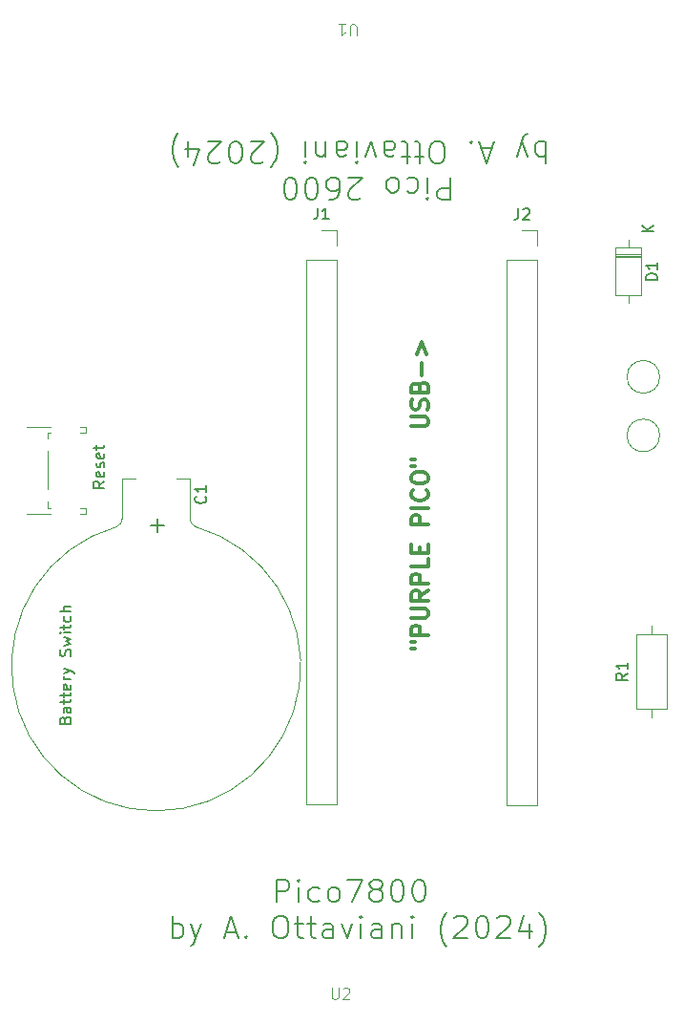
<source format=gbr>
%TF.GenerationSoftware,KiCad,Pcbnew,8.0.6*%
%TF.CreationDate,2024-11-26T16:01:51+01:00*%
%TF.ProjectId,PicoA10400,5069636f-4131-4303-9430-302e6b696361,rev?*%
%TF.SameCoordinates,Original*%
%TF.FileFunction,Legend,Top*%
%TF.FilePolarity,Positive*%
%FSLAX46Y46*%
G04 Gerber Fmt 4.6, Leading zero omitted, Abs format (unit mm)*
G04 Created by KiCad (PCBNEW 8.0.6) date 2024-11-26 16:01:51*
%MOMM*%
%LPD*%
G01*
G04 APERTURE LIST*
%ADD10C,0.150000*%
%ADD11C,0.300000*%
%ADD12C,0.100000*%
%ADD13C,0.120000*%
G04 APERTURE END LIST*
D10*
X80316009Y-171084887D02*
X80363628Y-170942030D01*
X80363628Y-170942030D02*
X80411247Y-170894411D01*
X80411247Y-170894411D02*
X80506485Y-170846792D01*
X80506485Y-170846792D02*
X80649342Y-170846792D01*
X80649342Y-170846792D02*
X80744580Y-170894411D01*
X80744580Y-170894411D02*
X80792200Y-170942030D01*
X80792200Y-170942030D02*
X80839819Y-171037268D01*
X80839819Y-171037268D02*
X80839819Y-171418220D01*
X80839819Y-171418220D02*
X79839819Y-171418220D01*
X79839819Y-171418220D02*
X79839819Y-171084887D01*
X79839819Y-171084887D02*
X79887438Y-170989649D01*
X79887438Y-170989649D02*
X79935057Y-170942030D01*
X79935057Y-170942030D02*
X80030295Y-170894411D01*
X80030295Y-170894411D02*
X80125533Y-170894411D01*
X80125533Y-170894411D02*
X80220771Y-170942030D01*
X80220771Y-170942030D02*
X80268390Y-170989649D01*
X80268390Y-170989649D02*
X80316009Y-171084887D01*
X80316009Y-171084887D02*
X80316009Y-171418220D01*
X80839819Y-169989649D02*
X80316009Y-169989649D01*
X80316009Y-169989649D02*
X80220771Y-170037268D01*
X80220771Y-170037268D02*
X80173152Y-170132506D01*
X80173152Y-170132506D02*
X80173152Y-170322982D01*
X80173152Y-170322982D02*
X80220771Y-170418220D01*
X80792200Y-169989649D02*
X80839819Y-170084887D01*
X80839819Y-170084887D02*
X80839819Y-170322982D01*
X80839819Y-170322982D02*
X80792200Y-170418220D01*
X80792200Y-170418220D02*
X80696961Y-170465839D01*
X80696961Y-170465839D02*
X80601723Y-170465839D01*
X80601723Y-170465839D02*
X80506485Y-170418220D01*
X80506485Y-170418220D02*
X80458866Y-170322982D01*
X80458866Y-170322982D02*
X80458866Y-170084887D01*
X80458866Y-170084887D02*
X80411247Y-169989649D01*
X80173152Y-169656315D02*
X80173152Y-169275363D01*
X79839819Y-169513458D02*
X80696961Y-169513458D01*
X80696961Y-169513458D02*
X80792200Y-169465839D01*
X80792200Y-169465839D02*
X80839819Y-169370601D01*
X80839819Y-169370601D02*
X80839819Y-169275363D01*
X80173152Y-169084886D02*
X80173152Y-168703934D01*
X79839819Y-168942029D02*
X80696961Y-168942029D01*
X80696961Y-168942029D02*
X80792200Y-168894410D01*
X80792200Y-168894410D02*
X80839819Y-168799172D01*
X80839819Y-168799172D02*
X80839819Y-168703934D01*
X80792200Y-167989648D02*
X80839819Y-168084886D01*
X80839819Y-168084886D02*
X80839819Y-168275362D01*
X80839819Y-168275362D02*
X80792200Y-168370600D01*
X80792200Y-168370600D02*
X80696961Y-168418219D01*
X80696961Y-168418219D02*
X80316009Y-168418219D01*
X80316009Y-168418219D02*
X80220771Y-168370600D01*
X80220771Y-168370600D02*
X80173152Y-168275362D01*
X80173152Y-168275362D02*
X80173152Y-168084886D01*
X80173152Y-168084886D02*
X80220771Y-167989648D01*
X80220771Y-167989648D02*
X80316009Y-167942029D01*
X80316009Y-167942029D02*
X80411247Y-167942029D01*
X80411247Y-167942029D02*
X80506485Y-168418219D01*
X80839819Y-167513457D02*
X80173152Y-167513457D01*
X80363628Y-167513457D02*
X80268390Y-167465838D01*
X80268390Y-167465838D02*
X80220771Y-167418219D01*
X80220771Y-167418219D02*
X80173152Y-167322981D01*
X80173152Y-167322981D02*
X80173152Y-167227743D01*
X80173152Y-166989647D02*
X80839819Y-166751552D01*
X80173152Y-166513457D02*
X80839819Y-166751552D01*
X80839819Y-166751552D02*
X81077914Y-166846790D01*
X81077914Y-166846790D02*
X81125533Y-166894409D01*
X81125533Y-166894409D02*
X81173152Y-166989647D01*
X80792200Y-165418218D02*
X80839819Y-165275361D01*
X80839819Y-165275361D02*
X80839819Y-165037266D01*
X80839819Y-165037266D02*
X80792200Y-164942028D01*
X80792200Y-164942028D02*
X80744580Y-164894409D01*
X80744580Y-164894409D02*
X80649342Y-164846790D01*
X80649342Y-164846790D02*
X80554104Y-164846790D01*
X80554104Y-164846790D02*
X80458866Y-164894409D01*
X80458866Y-164894409D02*
X80411247Y-164942028D01*
X80411247Y-164942028D02*
X80363628Y-165037266D01*
X80363628Y-165037266D02*
X80316009Y-165227742D01*
X80316009Y-165227742D02*
X80268390Y-165322980D01*
X80268390Y-165322980D02*
X80220771Y-165370599D01*
X80220771Y-165370599D02*
X80125533Y-165418218D01*
X80125533Y-165418218D02*
X80030295Y-165418218D01*
X80030295Y-165418218D02*
X79935057Y-165370599D01*
X79935057Y-165370599D02*
X79887438Y-165322980D01*
X79887438Y-165322980D02*
X79839819Y-165227742D01*
X79839819Y-165227742D02*
X79839819Y-164989647D01*
X79839819Y-164989647D02*
X79887438Y-164846790D01*
X80173152Y-164513456D02*
X80839819Y-164322980D01*
X80839819Y-164322980D02*
X80363628Y-164132504D01*
X80363628Y-164132504D02*
X80839819Y-163942028D01*
X80839819Y-163942028D02*
X80173152Y-163751552D01*
X80839819Y-163370599D02*
X80173152Y-163370599D01*
X79839819Y-163370599D02*
X79887438Y-163418218D01*
X79887438Y-163418218D02*
X79935057Y-163370599D01*
X79935057Y-163370599D02*
X79887438Y-163322980D01*
X79887438Y-163322980D02*
X79839819Y-163370599D01*
X79839819Y-163370599D02*
X79935057Y-163370599D01*
X80173152Y-163037266D02*
X80173152Y-162656314D01*
X79839819Y-162894409D02*
X80696961Y-162894409D01*
X80696961Y-162894409D02*
X80792200Y-162846790D01*
X80792200Y-162846790D02*
X80839819Y-162751552D01*
X80839819Y-162751552D02*
X80839819Y-162656314D01*
X80792200Y-161894409D02*
X80839819Y-161989647D01*
X80839819Y-161989647D02*
X80839819Y-162180123D01*
X80839819Y-162180123D02*
X80792200Y-162275361D01*
X80792200Y-162275361D02*
X80744580Y-162322980D01*
X80744580Y-162322980D02*
X80649342Y-162370599D01*
X80649342Y-162370599D02*
X80363628Y-162370599D01*
X80363628Y-162370599D02*
X80268390Y-162322980D01*
X80268390Y-162322980D02*
X80220771Y-162275361D01*
X80220771Y-162275361D02*
X80173152Y-162180123D01*
X80173152Y-162180123D02*
X80173152Y-161989647D01*
X80173152Y-161989647D02*
X80220771Y-161894409D01*
X80839819Y-161465837D02*
X79839819Y-161465837D01*
X80839819Y-161037266D02*
X80316009Y-161037266D01*
X80316009Y-161037266D02*
X80220771Y-161084885D01*
X80220771Y-161084885D02*
X80173152Y-161180123D01*
X80173152Y-161180123D02*
X80173152Y-161322980D01*
X80173152Y-161322980D02*
X80220771Y-161418218D01*
X80220771Y-161418218D02*
X80268390Y-161465837D01*
X114485238Y-123017449D02*
X114485238Y-125017449D01*
X114485238Y-125017449D02*
X113723333Y-125017449D01*
X113723333Y-125017449D02*
X113532857Y-124922211D01*
X113532857Y-124922211D02*
X113437619Y-124826973D01*
X113437619Y-124826973D02*
X113342381Y-124636497D01*
X113342381Y-124636497D02*
X113342381Y-124350783D01*
X113342381Y-124350783D02*
X113437619Y-124160307D01*
X113437619Y-124160307D02*
X113532857Y-124065068D01*
X113532857Y-124065068D02*
X113723333Y-123969830D01*
X113723333Y-123969830D02*
X114485238Y-123969830D01*
X112485238Y-123017449D02*
X112485238Y-124350783D01*
X112485238Y-125017449D02*
X112580476Y-124922211D01*
X112580476Y-124922211D02*
X112485238Y-124826973D01*
X112485238Y-124826973D02*
X112390000Y-124922211D01*
X112390000Y-124922211D02*
X112485238Y-125017449D01*
X112485238Y-125017449D02*
X112485238Y-124826973D01*
X110675714Y-123112688D02*
X110866190Y-123017449D01*
X110866190Y-123017449D02*
X111247143Y-123017449D01*
X111247143Y-123017449D02*
X111437619Y-123112688D01*
X111437619Y-123112688D02*
X111532857Y-123207926D01*
X111532857Y-123207926D02*
X111628095Y-123398402D01*
X111628095Y-123398402D02*
X111628095Y-123969830D01*
X111628095Y-123969830D02*
X111532857Y-124160307D01*
X111532857Y-124160307D02*
X111437619Y-124255545D01*
X111437619Y-124255545D02*
X111247143Y-124350783D01*
X111247143Y-124350783D02*
X110866190Y-124350783D01*
X110866190Y-124350783D02*
X110675714Y-124255545D01*
X109532857Y-123017449D02*
X109723333Y-123112688D01*
X109723333Y-123112688D02*
X109818571Y-123207926D01*
X109818571Y-123207926D02*
X109913809Y-123398402D01*
X109913809Y-123398402D02*
X109913809Y-123969830D01*
X109913809Y-123969830D02*
X109818571Y-124160307D01*
X109818571Y-124160307D02*
X109723333Y-124255545D01*
X109723333Y-124255545D02*
X109532857Y-124350783D01*
X109532857Y-124350783D02*
X109247142Y-124350783D01*
X109247142Y-124350783D02*
X109056666Y-124255545D01*
X109056666Y-124255545D02*
X108961428Y-124160307D01*
X108961428Y-124160307D02*
X108866190Y-123969830D01*
X108866190Y-123969830D02*
X108866190Y-123398402D01*
X108866190Y-123398402D02*
X108961428Y-123207926D01*
X108961428Y-123207926D02*
X109056666Y-123112688D01*
X109056666Y-123112688D02*
X109247142Y-123017449D01*
X109247142Y-123017449D02*
X109532857Y-123017449D01*
X106580475Y-124826973D02*
X106485237Y-124922211D01*
X106485237Y-124922211D02*
X106294761Y-125017449D01*
X106294761Y-125017449D02*
X105818570Y-125017449D01*
X105818570Y-125017449D02*
X105628094Y-124922211D01*
X105628094Y-124922211D02*
X105532856Y-124826973D01*
X105532856Y-124826973D02*
X105437618Y-124636497D01*
X105437618Y-124636497D02*
X105437618Y-124446021D01*
X105437618Y-124446021D02*
X105532856Y-124160307D01*
X105532856Y-124160307D02*
X106675713Y-123017449D01*
X106675713Y-123017449D02*
X105437618Y-123017449D01*
X103723332Y-125017449D02*
X104104285Y-125017449D01*
X104104285Y-125017449D02*
X104294761Y-124922211D01*
X104294761Y-124922211D02*
X104389999Y-124826973D01*
X104389999Y-124826973D02*
X104580475Y-124541259D01*
X104580475Y-124541259D02*
X104675713Y-124160307D01*
X104675713Y-124160307D02*
X104675713Y-123398402D01*
X104675713Y-123398402D02*
X104580475Y-123207926D01*
X104580475Y-123207926D02*
X104485237Y-123112688D01*
X104485237Y-123112688D02*
X104294761Y-123017449D01*
X104294761Y-123017449D02*
X103913808Y-123017449D01*
X103913808Y-123017449D02*
X103723332Y-123112688D01*
X103723332Y-123112688D02*
X103628094Y-123207926D01*
X103628094Y-123207926D02*
X103532856Y-123398402D01*
X103532856Y-123398402D02*
X103532856Y-123874592D01*
X103532856Y-123874592D02*
X103628094Y-124065068D01*
X103628094Y-124065068D02*
X103723332Y-124160307D01*
X103723332Y-124160307D02*
X103913808Y-124255545D01*
X103913808Y-124255545D02*
X104294761Y-124255545D01*
X104294761Y-124255545D02*
X104485237Y-124160307D01*
X104485237Y-124160307D02*
X104580475Y-124065068D01*
X104580475Y-124065068D02*
X104675713Y-123874592D01*
X102294761Y-125017449D02*
X102104284Y-125017449D01*
X102104284Y-125017449D02*
X101913808Y-124922211D01*
X101913808Y-124922211D02*
X101818570Y-124826973D01*
X101818570Y-124826973D02*
X101723332Y-124636497D01*
X101723332Y-124636497D02*
X101628094Y-124255545D01*
X101628094Y-124255545D02*
X101628094Y-123779354D01*
X101628094Y-123779354D02*
X101723332Y-123398402D01*
X101723332Y-123398402D02*
X101818570Y-123207926D01*
X101818570Y-123207926D02*
X101913808Y-123112688D01*
X101913808Y-123112688D02*
X102104284Y-123017449D01*
X102104284Y-123017449D02*
X102294761Y-123017449D01*
X102294761Y-123017449D02*
X102485237Y-123112688D01*
X102485237Y-123112688D02*
X102580475Y-123207926D01*
X102580475Y-123207926D02*
X102675713Y-123398402D01*
X102675713Y-123398402D02*
X102770951Y-123779354D01*
X102770951Y-123779354D02*
X102770951Y-124255545D01*
X102770951Y-124255545D02*
X102675713Y-124636497D01*
X102675713Y-124636497D02*
X102580475Y-124826973D01*
X102580475Y-124826973D02*
X102485237Y-124922211D01*
X102485237Y-124922211D02*
X102294761Y-125017449D01*
X100389999Y-125017449D02*
X100199522Y-125017449D01*
X100199522Y-125017449D02*
X100009046Y-124922211D01*
X100009046Y-124922211D02*
X99913808Y-124826973D01*
X99913808Y-124826973D02*
X99818570Y-124636497D01*
X99818570Y-124636497D02*
X99723332Y-124255545D01*
X99723332Y-124255545D02*
X99723332Y-123779354D01*
X99723332Y-123779354D02*
X99818570Y-123398402D01*
X99818570Y-123398402D02*
X99913808Y-123207926D01*
X99913808Y-123207926D02*
X100009046Y-123112688D01*
X100009046Y-123112688D02*
X100199522Y-123017449D01*
X100199522Y-123017449D02*
X100389999Y-123017449D01*
X100389999Y-123017449D02*
X100580475Y-123112688D01*
X100580475Y-123112688D02*
X100675713Y-123207926D01*
X100675713Y-123207926D02*
X100770951Y-123398402D01*
X100770951Y-123398402D02*
X100866189Y-123779354D01*
X100866189Y-123779354D02*
X100866189Y-124255545D01*
X100866189Y-124255545D02*
X100770951Y-124636497D01*
X100770951Y-124636497D02*
X100675713Y-124826973D01*
X100675713Y-124826973D02*
X100580475Y-124922211D01*
X100580475Y-124922211D02*
X100389999Y-125017449D01*
X122961429Y-119797561D02*
X122961429Y-121797561D01*
X122961429Y-121035657D02*
X122770953Y-121130895D01*
X122770953Y-121130895D02*
X122390000Y-121130895D01*
X122390000Y-121130895D02*
X122199524Y-121035657D01*
X122199524Y-121035657D02*
X122104286Y-120940419D01*
X122104286Y-120940419D02*
X122009048Y-120749942D01*
X122009048Y-120749942D02*
X122009048Y-120178514D01*
X122009048Y-120178514D02*
X122104286Y-119988038D01*
X122104286Y-119988038D02*
X122199524Y-119892800D01*
X122199524Y-119892800D02*
X122390000Y-119797561D01*
X122390000Y-119797561D02*
X122770953Y-119797561D01*
X122770953Y-119797561D02*
X122961429Y-119892800D01*
X121342381Y-121130895D02*
X120866191Y-119797561D01*
X120390000Y-121130895D02*
X120866191Y-119797561D01*
X120866191Y-119797561D02*
X121056667Y-119321371D01*
X121056667Y-119321371D02*
X121151905Y-119226133D01*
X121151905Y-119226133D02*
X121342381Y-119130895D01*
X118199523Y-120368990D02*
X117247142Y-120368990D01*
X118389999Y-119797561D02*
X117723333Y-121797561D01*
X117723333Y-121797561D02*
X117056666Y-119797561D01*
X116389999Y-119988038D02*
X116294761Y-119892800D01*
X116294761Y-119892800D02*
X116389999Y-119797561D01*
X116389999Y-119797561D02*
X116485237Y-119892800D01*
X116485237Y-119892800D02*
X116389999Y-119988038D01*
X116389999Y-119988038D02*
X116389999Y-119797561D01*
X113532856Y-121797561D02*
X113151903Y-121797561D01*
X113151903Y-121797561D02*
X112961427Y-121702323D01*
X112961427Y-121702323D02*
X112770951Y-121511847D01*
X112770951Y-121511847D02*
X112675713Y-121130895D01*
X112675713Y-121130895D02*
X112675713Y-120464228D01*
X112675713Y-120464228D02*
X112770951Y-120083276D01*
X112770951Y-120083276D02*
X112961427Y-119892800D01*
X112961427Y-119892800D02*
X113151903Y-119797561D01*
X113151903Y-119797561D02*
X113532856Y-119797561D01*
X113532856Y-119797561D02*
X113723332Y-119892800D01*
X113723332Y-119892800D02*
X113913808Y-120083276D01*
X113913808Y-120083276D02*
X114009046Y-120464228D01*
X114009046Y-120464228D02*
X114009046Y-121130895D01*
X114009046Y-121130895D02*
X113913808Y-121511847D01*
X113913808Y-121511847D02*
X113723332Y-121702323D01*
X113723332Y-121702323D02*
X113532856Y-121797561D01*
X112104284Y-121130895D02*
X111342380Y-121130895D01*
X111818570Y-121797561D02*
X111818570Y-120083276D01*
X111818570Y-120083276D02*
X111723332Y-119892800D01*
X111723332Y-119892800D02*
X111532856Y-119797561D01*
X111532856Y-119797561D02*
X111342380Y-119797561D01*
X110961427Y-121130895D02*
X110199523Y-121130895D01*
X110675713Y-121797561D02*
X110675713Y-120083276D01*
X110675713Y-120083276D02*
X110580475Y-119892800D01*
X110580475Y-119892800D02*
X110389999Y-119797561D01*
X110389999Y-119797561D02*
X110199523Y-119797561D01*
X108675713Y-119797561D02*
X108675713Y-120845180D01*
X108675713Y-120845180D02*
X108770951Y-121035657D01*
X108770951Y-121035657D02*
X108961427Y-121130895D01*
X108961427Y-121130895D02*
X109342380Y-121130895D01*
X109342380Y-121130895D02*
X109532856Y-121035657D01*
X108675713Y-119892800D02*
X108866189Y-119797561D01*
X108866189Y-119797561D02*
X109342380Y-119797561D01*
X109342380Y-119797561D02*
X109532856Y-119892800D01*
X109532856Y-119892800D02*
X109628094Y-120083276D01*
X109628094Y-120083276D02*
X109628094Y-120273752D01*
X109628094Y-120273752D02*
X109532856Y-120464228D01*
X109532856Y-120464228D02*
X109342380Y-120559466D01*
X109342380Y-120559466D02*
X108866189Y-120559466D01*
X108866189Y-120559466D02*
X108675713Y-120654704D01*
X107913808Y-121130895D02*
X107437618Y-119797561D01*
X107437618Y-119797561D02*
X106961427Y-121130895D01*
X106199522Y-119797561D02*
X106199522Y-121130895D01*
X106199522Y-121797561D02*
X106294760Y-121702323D01*
X106294760Y-121702323D02*
X106199522Y-121607085D01*
X106199522Y-121607085D02*
X106104284Y-121702323D01*
X106104284Y-121702323D02*
X106199522Y-121797561D01*
X106199522Y-121797561D02*
X106199522Y-121607085D01*
X104389998Y-119797561D02*
X104389998Y-120845180D01*
X104389998Y-120845180D02*
X104485236Y-121035657D01*
X104485236Y-121035657D02*
X104675712Y-121130895D01*
X104675712Y-121130895D02*
X105056665Y-121130895D01*
X105056665Y-121130895D02*
X105247141Y-121035657D01*
X104389998Y-119892800D02*
X104580474Y-119797561D01*
X104580474Y-119797561D02*
X105056665Y-119797561D01*
X105056665Y-119797561D02*
X105247141Y-119892800D01*
X105247141Y-119892800D02*
X105342379Y-120083276D01*
X105342379Y-120083276D02*
X105342379Y-120273752D01*
X105342379Y-120273752D02*
X105247141Y-120464228D01*
X105247141Y-120464228D02*
X105056665Y-120559466D01*
X105056665Y-120559466D02*
X104580474Y-120559466D01*
X104580474Y-120559466D02*
X104389998Y-120654704D01*
X103437617Y-121130895D02*
X103437617Y-119797561D01*
X103437617Y-120940419D02*
X103342379Y-121035657D01*
X103342379Y-121035657D02*
X103151903Y-121130895D01*
X103151903Y-121130895D02*
X102866188Y-121130895D01*
X102866188Y-121130895D02*
X102675712Y-121035657D01*
X102675712Y-121035657D02*
X102580474Y-120845180D01*
X102580474Y-120845180D02*
X102580474Y-119797561D01*
X101628093Y-119797561D02*
X101628093Y-121130895D01*
X101628093Y-121797561D02*
X101723331Y-121702323D01*
X101723331Y-121702323D02*
X101628093Y-121607085D01*
X101628093Y-121607085D02*
X101532855Y-121702323D01*
X101532855Y-121702323D02*
X101628093Y-121797561D01*
X101628093Y-121797561D02*
X101628093Y-121607085D01*
X98580473Y-119035657D02*
X98675712Y-119130895D01*
X98675712Y-119130895D02*
X98866188Y-119416609D01*
X98866188Y-119416609D02*
X98961426Y-119607085D01*
X98961426Y-119607085D02*
X99056664Y-119892800D01*
X99056664Y-119892800D02*
X99151902Y-120368990D01*
X99151902Y-120368990D02*
X99151902Y-120749942D01*
X99151902Y-120749942D02*
X99056664Y-121226133D01*
X99056664Y-121226133D02*
X98961426Y-121511847D01*
X98961426Y-121511847D02*
X98866188Y-121702323D01*
X98866188Y-121702323D02*
X98675712Y-121988038D01*
X98675712Y-121988038D02*
X98580473Y-122083276D01*
X97913807Y-121607085D02*
X97818569Y-121702323D01*
X97818569Y-121702323D02*
X97628093Y-121797561D01*
X97628093Y-121797561D02*
X97151902Y-121797561D01*
X97151902Y-121797561D02*
X96961426Y-121702323D01*
X96961426Y-121702323D02*
X96866188Y-121607085D01*
X96866188Y-121607085D02*
X96770950Y-121416609D01*
X96770950Y-121416609D02*
X96770950Y-121226133D01*
X96770950Y-121226133D02*
X96866188Y-120940419D01*
X96866188Y-120940419D02*
X98009045Y-119797561D01*
X98009045Y-119797561D02*
X96770950Y-119797561D01*
X95532855Y-121797561D02*
X95342378Y-121797561D01*
X95342378Y-121797561D02*
X95151902Y-121702323D01*
X95151902Y-121702323D02*
X95056664Y-121607085D01*
X95056664Y-121607085D02*
X94961426Y-121416609D01*
X94961426Y-121416609D02*
X94866188Y-121035657D01*
X94866188Y-121035657D02*
X94866188Y-120559466D01*
X94866188Y-120559466D02*
X94961426Y-120178514D01*
X94961426Y-120178514D02*
X95056664Y-119988038D01*
X95056664Y-119988038D02*
X95151902Y-119892800D01*
X95151902Y-119892800D02*
X95342378Y-119797561D01*
X95342378Y-119797561D02*
X95532855Y-119797561D01*
X95532855Y-119797561D02*
X95723331Y-119892800D01*
X95723331Y-119892800D02*
X95818569Y-119988038D01*
X95818569Y-119988038D02*
X95913807Y-120178514D01*
X95913807Y-120178514D02*
X96009045Y-120559466D01*
X96009045Y-120559466D02*
X96009045Y-121035657D01*
X96009045Y-121035657D02*
X95913807Y-121416609D01*
X95913807Y-121416609D02*
X95818569Y-121607085D01*
X95818569Y-121607085D02*
X95723331Y-121702323D01*
X95723331Y-121702323D02*
X95532855Y-121797561D01*
X94104283Y-121607085D02*
X94009045Y-121702323D01*
X94009045Y-121702323D02*
X93818569Y-121797561D01*
X93818569Y-121797561D02*
X93342378Y-121797561D01*
X93342378Y-121797561D02*
X93151902Y-121702323D01*
X93151902Y-121702323D02*
X93056664Y-121607085D01*
X93056664Y-121607085D02*
X92961426Y-121416609D01*
X92961426Y-121416609D02*
X92961426Y-121226133D01*
X92961426Y-121226133D02*
X93056664Y-120940419D01*
X93056664Y-120940419D02*
X94199521Y-119797561D01*
X94199521Y-119797561D02*
X92961426Y-119797561D01*
X91247140Y-121130895D02*
X91247140Y-119797561D01*
X91723331Y-121892800D02*
X92199521Y-120464228D01*
X92199521Y-120464228D02*
X90961426Y-120464228D01*
X90389997Y-119035657D02*
X90294759Y-119130895D01*
X90294759Y-119130895D02*
X90104283Y-119416609D01*
X90104283Y-119416609D02*
X90009045Y-119607085D01*
X90009045Y-119607085D02*
X89913807Y-119892800D01*
X89913807Y-119892800D02*
X89818569Y-120368990D01*
X89818569Y-120368990D02*
X89818569Y-120749942D01*
X89818569Y-120749942D02*
X89913807Y-121226133D01*
X89913807Y-121226133D02*
X90009045Y-121511847D01*
X90009045Y-121511847D02*
X90104283Y-121702323D01*
X90104283Y-121702323D02*
X90294759Y-121988038D01*
X90294759Y-121988038D02*
X90389997Y-122083276D01*
X99056666Y-187247550D02*
X99056666Y-185247550D01*
X99056666Y-185247550D02*
X99818571Y-185247550D01*
X99818571Y-185247550D02*
X100009047Y-185342788D01*
X100009047Y-185342788D02*
X100104285Y-185438026D01*
X100104285Y-185438026D02*
X100199523Y-185628502D01*
X100199523Y-185628502D02*
X100199523Y-185914216D01*
X100199523Y-185914216D02*
X100104285Y-186104692D01*
X100104285Y-186104692D02*
X100009047Y-186199931D01*
X100009047Y-186199931D02*
X99818571Y-186295169D01*
X99818571Y-186295169D02*
X99056666Y-186295169D01*
X101056666Y-187247550D02*
X101056666Y-185914216D01*
X101056666Y-185247550D02*
X100961428Y-185342788D01*
X100961428Y-185342788D02*
X101056666Y-185438026D01*
X101056666Y-185438026D02*
X101151904Y-185342788D01*
X101151904Y-185342788D02*
X101056666Y-185247550D01*
X101056666Y-185247550D02*
X101056666Y-185438026D01*
X102866190Y-187152312D02*
X102675714Y-187247550D01*
X102675714Y-187247550D02*
X102294761Y-187247550D01*
X102294761Y-187247550D02*
X102104285Y-187152312D01*
X102104285Y-187152312D02*
X102009047Y-187057073D01*
X102009047Y-187057073D02*
X101913809Y-186866597D01*
X101913809Y-186866597D02*
X101913809Y-186295169D01*
X101913809Y-186295169D02*
X102009047Y-186104692D01*
X102009047Y-186104692D02*
X102104285Y-186009454D01*
X102104285Y-186009454D02*
X102294761Y-185914216D01*
X102294761Y-185914216D02*
X102675714Y-185914216D01*
X102675714Y-185914216D02*
X102866190Y-186009454D01*
X104009047Y-187247550D02*
X103818571Y-187152312D01*
X103818571Y-187152312D02*
X103723333Y-187057073D01*
X103723333Y-187057073D02*
X103628095Y-186866597D01*
X103628095Y-186866597D02*
X103628095Y-186295169D01*
X103628095Y-186295169D02*
X103723333Y-186104692D01*
X103723333Y-186104692D02*
X103818571Y-186009454D01*
X103818571Y-186009454D02*
X104009047Y-185914216D01*
X104009047Y-185914216D02*
X104294762Y-185914216D01*
X104294762Y-185914216D02*
X104485238Y-186009454D01*
X104485238Y-186009454D02*
X104580476Y-186104692D01*
X104580476Y-186104692D02*
X104675714Y-186295169D01*
X104675714Y-186295169D02*
X104675714Y-186866597D01*
X104675714Y-186866597D02*
X104580476Y-187057073D01*
X104580476Y-187057073D02*
X104485238Y-187152312D01*
X104485238Y-187152312D02*
X104294762Y-187247550D01*
X104294762Y-187247550D02*
X104009047Y-187247550D01*
X105342381Y-185247550D02*
X106675714Y-185247550D01*
X106675714Y-185247550D02*
X105818571Y-187247550D01*
X107723333Y-186104692D02*
X107532857Y-186009454D01*
X107532857Y-186009454D02*
X107437619Y-185914216D01*
X107437619Y-185914216D02*
X107342381Y-185723740D01*
X107342381Y-185723740D02*
X107342381Y-185628502D01*
X107342381Y-185628502D02*
X107437619Y-185438026D01*
X107437619Y-185438026D02*
X107532857Y-185342788D01*
X107532857Y-185342788D02*
X107723333Y-185247550D01*
X107723333Y-185247550D02*
X108104286Y-185247550D01*
X108104286Y-185247550D02*
X108294762Y-185342788D01*
X108294762Y-185342788D02*
X108390000Y-185438026D01*
X108390000Y-185438026D02*
X108485238Y-185628502D01*
X108485238Y-185628502D02*
X108485238Y-185723740D01*
X108485238Y-185723740D02*
X108390000Y-185914216D01*
X108390000Y-185914216D02*
X108294762Y-186009454D01*
X108294762Y-186009454D02*
X108104286Y-186104692D01*
X108104286Y-186104692D02*
X107723333Y-186104692D01*
X107723333Y-186104692D02*
X107532857Y-186199931D01*
X107532857Y-186199931D02*
X107437619Y-186295169D01*
X107437619Y-186295169D02*
X107342381Y-186485645D01*
X107342381Y-186485645D02*
X107342381Y-186866597D01*
X107342381Y-186866597D02*
X107437619Y-187057073D01*
X107437619Y-187057073D02*
X107532857Y-187152312D01*
X107532857Y-187152312D02*
X107723333Y-187247550D01*
X107723333Y-187247550D02*
X108104286Y-187247550D01*
X108104286Y-187247550D02*
X108294762Y-187152312D01*
X108294762Y-187152312D02*
X108390000Y-187057073D01*
X108390000Y-187057073D02*
X108485238Y-186866597D01*
X108485238Y-186866597D02*
X108485238Y-186485645D01*
X108485238Y-186485645D02*
X108390000Y-186295169D01*
X108390000Y-186295169D02*
X108294762Y-186199931D01*
X108294762Y-186199931D02*
X108104286Y-186104692D01*
X109723333Y-185247550D02*
X109913810Y-185247550D01*
X109913810Y-185247550D02*
X110104286Y-185342788D01*
X110104286Y-185342788D02*
X110199524Y-185438026D01*
X110199524Y-185438026D02*
X110294762Y-185628502D01*
X110294762Y-185628502D02*
X110390000Y-186009454D01*
X110390000Y-186009454D02*
X110390000Y-186485645D01*
X110390000Y-186485645D02*
X110294762Y-186866597D01*
X110294762Y-186866597D02*
X110199524Y-187057073D01*
X110199524Y-187057073D02*
X110104286Y-187152312D01*
X110104286Y-187152312D02*
X109913810Y-187247550D01*
X109913810Y-187247550D02*
X109723333Y-187247550D01*
X109723333Y-187247550D02*
X109532857Y-187152312D01*
X109532857Y-187152312D02*
X109437619Y-187057073D01*
X109437619Y-187057073D02*
X109342381Y-186866597D01*
X109342381Y-186866597D02*
X109247143Y-186485645D01*
X109247143Y-186485645D02*
X109247143Y-186009454D01*
X109247143Y-186009454D02*
X109342381Y-185628502D01*
X109342381Y-185628502D02*
X109437619Y-185438026D01*
X109437619Y-185438026D02*
X109532857Y-185342788D01*
X109532857Y-185342788D02*
X109723333Y-185247550D01*
X111628095Y-185247550D02*
X111818572Y-185247550D01*
X111818572Y-185247550D02*
X112009048Y-185342788D01*
X112009048Y-185342788D02*
X112104286Y-185438026D01*
X112104286Y-185438026D02*
X112199524Y-185628502D01*
X112199524Y-185628502D02*
X112294762Y-186009454D01*
X112294762Y-186009454D02*
X112294762Y-186485645D01*
X112294762Y-186485645D02*
X112199524Y-186866597D01*
X112199524Y-186866597D02*
X112104286Y-187057073D01*
X112104286Y-187057073D02*
X112009048Y-187152312D01*
X112009048Y-187152312D02*
X111818572Y-187247550D01*
X111818572Y-187247550D02*
X111628095Y-187247550D01*
X111628095Y-187247550D02*
X111437619Y-187152312D01*
X111437619Y-187152312D02*
X111342381Y-187057073D01*
X111342381Y-187057073D02*
X111247143Y-186866597D01*
X111247143Y-186866597D02*
X111151905Y-186485645D01*
X111151905Y-186485645D02*
X111151905Y-186009454D01*
X111151905Y-186009454D02*
X111247143Y-185628502D01*
X111247143Y-185628502D02*
X111342381Y-185438026D01*
X111342381Y-185438026D02*
X111437619Y-185342788D01*
X111437619Y-185342788D02*
X111628095Y-185247550D01*
X89818570Y-190467438D02*
X89818570Y-188467438D01*
X89818570Y-189229342D02*
X90009046Y-189134104D01*
X90009046Y-189134104D02*
X90389999Y-189134104D01*
X90389999Y-189134104D02*
X90580475Y-189229342D01*
X90580475Y-189229342D02*
X90675713Y-189324580D01*
X90675713Y-189324580D02*
X90770951Y-189515057D01*
X90770951Y-189515057D02*
X90770951Y-190086485D01*
X90770951Y-190086485D02*
X90675713Y-190276961D01*
X90675713Y-190276961D02*
X90580475Y-190372200D01*
X90580475Y-190372200D02*
X90389999Y-190467438D01*
X90389999Y-190467438D02*
X90009046Y-190467438D01*
X90009046Y-190467438D02*
X89818570Y-190372200D01*
X91437618Y-189134104D02*
X91913808Y-190467438D01*
X92389999Y-189134104D02*
X91913808Y-190467438D01*
X91913808Y-190467438D02*
X91723332Y-190943628D01*
X91723332Y-190943628D02*
X91628094Y-191038866D01*
X91628094Y-191038866D02*
X91437618Y-191134104D01*
X94580476Y-189896009D02*
X95532857Y-189896009D01*
X94390000Y-190467438D02*
X95056666Y-188467438D01*
X95056666Y-188467438D02*
X95723333Y-190467438D01*
X96390000Y-190276961D02*
X96485238Y-190372200D01*
X96485238Y-190372200D02*
X96390000Y-190467438D01*
X96390000Y-190467438D02*
X96294762Y-190372200D01*
X96294762Y-190372200D02*
X96390000Y-190276961D01*
X96390000Y-190276961D02*
X96390000Y-190467438D01*
X99247143Y-188467438D02*
X99628096Y-188467438D01*
X99628096Y-188467438D02*
X99818572Y-188562676D01*
X99818572Y-188562676D02*
X100009048Y-188753152D01*
X100009048Y-188753152D02*
X100104286Y-189134104D01*
X100104286Y-189134104D02*
X100104286Y-189800771D01*
X100104286Y-189800771D02*
X100009048Y-190181723D01*
X100009048Y-190181723D02*
X99818572Y-190372200D01*
X99818572Y-190372200D02*
X99628096Y-190467438D01*
X99628096Y-190467438D02*
X99247143Y-190467438D01*
X99247143Y-190467438D02*
X99056667Y-190372200D01*
X99056667Y-190372200D02*
X98866191Y-190181723D01*
X98866191Y-190181723D02*
X98770953Y-189800771D01*
X98770953Y-189800771D02*
X98770953Y-189134104D01*
X98770953Y-189134104D02*
X98866191Y-188753152D01*
X98866191Y-188753152D02*
X99056667Y-188562676D01*
X99056667Y-188562676D02*
X99247143Y-188467438D01*
X100675715Y-189134104D02*
X101437619Y-189134104D01*
X100961429Y-188467438D02*
X100961429Y-190181723D01*
X100961429Y-190181723D02*
X101056667Y-190372200D01*
X101056667Y-190372200D02*
X101247143Y-190467438D01*
X101247143Y-190467438D02*
X101437619Y-190467438D01*
X101818572Y-189134104D02*
X102580476Y-189134104D01*
X102104286Y-188467438D02*
X102104286Y-190181723D01*
X102104286Y-190181723D02*
X102199524Y-190372200D01*
X102199524Y-190372200D02*
X102390000Y-190467438D01*
X102390000Y-190467438D02*
X102580476Y-190467438D01*
X104104286Y-190467438D02*
X104104286Y-189419819D01*
X104104286Y-189419819D02*
X104009048Y-189229342D01*
X104009048Y-189229342D02*
X103818572Y-189134104D01*
X103818572Y-189134104D02*
X103437619Y-189134104D01*
X103437619Y-189134104D02*
X103247143Y-189229342D01*
X104104286Y-190372200D02*
X103913810Y-190467438D01*
X103913810Y-190467438D02*
X103437619Y-190467438D01*
X103437619Y-190467438D02*
X103247143Y-190372200D01*
X103247143Y-190372200D02*
X103151905Y-190181723D01*
X103151905Y-190181723D02*
X103151905Y-189991247D01*
X103151905Y-189991247D02*
X103247143Y-189800771D01*
X103247143Y-189800771D02*
X103437619Y-189705533D01*
X103437619Y-189705533D02*
X103913810Y-189705533D01*
X103913810Y-189705533D02*
X104104286Y-189610295D01*
X104866191Y-189134104D02*
X105342381Y-190467438D01*
X105342381Y-190467438D02*
X105818572Y-189134104D01*
X106580477Y-190467438D02*
X106580477Y-189134104D01*
X106580477Y-188467438D02*
X106485239Y-188562676D01*
X106485239Y-188562676D02*
X106580477Y-188657914D01*
X106580477Y-188657914D02*
X106675715Y-188562676D01*
X106675715Y-188562676D02*
X106580477Y-188467438D01*
X106580477Y-188467438D02*
X106580477Y-188657914D01*
X108390001Y-190467438D02*
X108390001Y-189419819D01*
X108390001Y-189419819D02*
X108294763Y-189229342D01*
X108294763Y-189229342D02*
X108104287Y-189134104D01*
X108104287Y-189134104D02*
X107723334Y-189134104D01*
X107723334Y-189134104D02*
X107532858Y-189229342D01*
X108390001Y-190372200D02*
X108199525Y-190467438D01*
X108199525Y-190467438D02*
X107723334Y-190467438D01*
X107723334Y-190467438D02*
X107532858Y-190372200D01*
X107532858Y-190372200D02*
X107437620Y-190181723D01*
X107437620Y-190181723D02*
X107437620Y-189991247D01*
X107437620Y-189991247D02*
X107532858Y-189800771D01*
X107532858Y-189800771D02*
X107723334Y-189705533D01*
X107723334Y-189705533D02*
X108199525Y-189705533D01*
X108199525Y-189705533D02*
X108390001Y-189610295D01*
X109342382Y-189134104D02*
X109342382Y-190467438D01*
X109342382Y-189324580D02*
X109437620Y-189229342D01*
X109437620Y-189229342D02*
X109628096Y-189134104D01*
X109628096Y-189134104D02*
X109913811Y-189134104D01*
X109913811Y-189134104D02*
X110104287Y-189229342D01*
X110104287Y-189229342D02*
X110199525Y-189419819D01*
X110199525Y-189419819D02*
X110199525Y-190467438D01*
X111151906Y-190467438D02*
X111151906Y-189134104D01*
X111151906Y-188467438D02*
X111056668Y-188562676D01*
X111056668Y-188562676D02*
X111151906Y-188657914D01*
X111151906Y-188657914D02*
X111247144Y-188562676D01*
X111247144Y-188562676D02*
X111151906Y-188467438D01*
X111151906Y-188467438D02*
X111151906Y-188657914D01*
X114199526Y-191229342D02*
X114104287Y-191134104D01*
X114104287Y-191134104D02*
X113913811Y-190848390D01*
X113913811Y-190848390D02*
X113818573Y-190657914D01*
X113818573Y-190657914D02*
X113723335Y-190372200D01*
X113723335Y-190372200D02*
X113628097Y-189896009D01*
X113628097Y-189896009D02*
X113628097Y-189515057D01*
X113628097Y-189515057D02*
X113723335Y-189038866D01*
X113723335Y-189038866D02*
X113818573Y-188753152D01*
X113818573Y-188753152D02*
X113913811Y-188562676D01*
X113913811Y-188562676D02*
X114104287Y-188276961D01*
X114104287Y-188276961D02*
X114199526Y-188181723D01*
X114866192Y-188657914D02*
X114961430Y-188562676D01*
X114961430Y-188562676D02*
X115151906Y-188467438D01*
X115151906Y-188467438D02*
X115628097Y-188467438D01*
X115628097Y-188467438D02*
X115818573Y-188562676D01*
X115818573Y-188562676D02*
X115913811Y-188657914D01*
X115913811Y-188657914D02*
X116009049Y-188848390D01*
X116009049Y-188848390D02*
X116009049Y-189038866D01*
X116009049Y-189038866D02*
X115913811Y-189324580D01*
X115913811Y-189324580D02*
X114770954Y-190467438D01*
X114770954Y-190467438D02*
X116009049Y-190467438D01*
X117247144Y-188467438D02*
X117437621Y-188467438D01*
X117437621Y-188467438D02*
X117628097Y-188562676D01*
X117628097Y-188562676D02*
X117723335Y-188657914D01*
X117723335Y-188657914D02*
X117818573Y-188848390D01*
X117818573Y-188848390D02*
X117913811Y-189229342D01*
X117913811Y-189229342D02*
X117913811Y-189705533D01*
X117913811Y-189705533D02*
X117818573Y-190086485D01*
X117818573Y-190086485D02*
X117723335Y-190276961D01*
X117723335Y-190276961D02*
X117628097Y-190372200D01*
X117628097Y-190372200D02*
X117437621Y-190467438D01*
X117437621Y-190467438D02*
X117247144Y-190467438D01*
X117247144Y-190467438D02*
X117056668Y-190372200D01*
X117056668Y-190372200D02*
X116961430Y-190276961D01*
X116961430Y-190276961D02*
X116866192Y-190086485D01*
X116866192Y-190086485D02*
X116770954Y-189705533D01*
X116770954Y-189705533D02*
X116770954Y-189229342D01*
X116770954Y-189229342D02*
X116866192Y-188848390D01*
X116866192Y-188848390D02*
X116961430Y-188657914D01*
X116961430Y-188657914D02*
X117056668Y-188562676D01*
X117056668Y-188562676D02*
X117247144Y-188467438D01*
X118675716Y-188657914D02*
X118770954Y-188562676D01*
X118770954Y-188562676D02*
X118961430Y-188467438D01*
X118961430Y-188467438D02*
X119437621Y-188467438D01*
X119437621Y-188467438D02*
X119628097Y-188562676D01*
X119628097Y-188562676D02*
X119723335Y-188657914D01*
X119723335Y-188657914D02*
X119818573Y-188848390D01*
X119818573Y-188848390D02*
X119818573Y-189038866D01*
X119818573Y-189038866D02*
X119723335Y-189324580D01*
X119723335Y-189324580D02*
X118580478Y-190467438D01*
X118580478Y-190467438D02*
X119818573Y-190467438D01*
X121532859Y-189134104D02*
X121532859Y-190467438D01*
X121056668Y-188372200D02*
X120580478Y-189800771D01*
X120580478Y-189800771D02*
X121818573Y-189800771D01*
X122390002Y-191229342D02*
X122485240Y-191134104D01*
X122485240Y-191134104D02*
X122675716Y-190848390D01*
X122675716Y-190848390D02*
X122770954Y-190657914D01*
X122770954Y-190657914D02*
X122866192Y-190372200D01*
X122866192Y-190372200D02*
X122961430Y-189896009D01*
X122961430Y-189896009D02*
X122961430Y-189515057D01*
X122961430Y-189515057D02*
X122866192Y-189038866D01*
X122866192Y-189038866D02*
X122770954Y-188753152D01*
X122770954Y-188753152D02*
X122675716Y-188562676D01*
X122675716Y-188562676D02*
X122485240Y-188276961D01*
X122485240Y-188276961D02*
X122390002Y-188181723D01*
D11*
X111040828Y-164786917D02*
X111326542Y-164786917D01*
X111040828Y-164215489D02*
X111326542Y-164215489D01*
X112540828Y-163572632D02*
X111040828Y-163572632D01*
X111040828Y-163572632D02*
X111040828Y-163001203D01*
X111040828Y-163001203D02*
X111112257Y-162858346D01*
X111112257Y-162858346D02*
X111183685Y-162786917D01*
X111183685Y-162786917D02*
X111326542Y-162715489D01*
X111326542Y-162715489D02*
X111540828Y-162715489D01*
X111540828Y-162715489D02*
X111683685Y-162786917D01*
X111683685Y-162786917D02*
X111755114Y-162858346D01*
X111755114Y-162858346D02*
X111826542Y-163001203D01*
X111826542Y-163001203D02*
X111826542Y-163572632D01*
X111040828Y-162072632D02*
X112255114Y-162072632D01*
X112255114Y-162072632D02*
X112397971Y-162001203D01*
X112397971Y-162001203D02*
X112469400Y-161929775D01*
X112469400Y-161929775D02*
X112540828Y-161786917D01*
X112540828Y-161786917D02*
X112540828Y-161501203D01*
X112540828Y-161501203D02*
X112469400Y-161358346D01*
X112469400Y-161358346D02*
X112397971Y-161286917D01*
X112397971Y-161286917D02*
X112255114Y-161215489D01*
X112255114Y-161215489D02*
X111040828Y-161215489D01*
X112540828Y-159644060D02*
X111826542Y-160144060D01*
X112540828Y-160501203D02*
X111040828Y-160501203D01*
X111040828Y-160501203D02*
X111040828Y-159929774D01*
X111040828Y-159929774D02*
X111112257Y-159786917D01*
X111112257Y-159786917D02*
X111183685Y-159715488D01*
X111183685Y-159715488D02*
X111326542Y-159644060D01*
X111326542Y-159644060D02*
X111540828Y-159644060D01*
X111540828Y-159644060D02*
X111683685Y-159715488D01*
X111683685Y-159715488D02*
X111755114Y-159786917D01*
X111755114Y-159786917D02*
X111826542Y-159929774D01*
X111826542Y-159929774D02*
X111826542Y-160501203D01*
X112540828Y-159001203D02*
X111040828Y-159001203D01*
X111040828Y-159001203D02*
X111040828Y-158429774D01*
X111040828Y-158429774D02*
X111112257Y-158286917D01*
X111112257Y-158286917D02*
X111183685Y-158215488D01*
X111183685Y-158215488D02*
X111326542Y-158144060D01*
X111326542Y-158144060D02*
X111540828Y-158144060D01*
X111540828Y-158144060D02*
X111683685Y-158215488D01*
X111683685Y-158215488D02*
X111755114Y-158286917D01*
X111755114Y-158286917D02*
X111826542Y-158429774D01*
X111826542Y-158429774D02*
X111826542Y-159001203D01*
X112540828Y-156786917D02*
X112540828Y-157501203D01*
X112540828Y-157501203D02*
X111040828Y-157501203D01*
X111755114Y-156286917D02*
X111755114Y-155786917D01*
X112540828Y-155572631D02*
X112540828Y-156286917D01*
X112540828Y-156286917D02*
X111040828Y-156286917D01*
X111040828Y-156286917D02*
X111040828Y-155572631D01*
X112540828Y-153786917D02*
X111040828Y-153786917D01*
X111040828Y-153786917D02*
X111040828Y-153215488D01*
X111040828Y-153215488D02*
X111112257Y-153072631D01*
X111112257Y-153072631D02*
X111183685Y-153001202D01*
X111183685Y-153001202D02*
X111326542Y-152929774D01*
X111326542Y-152929774D02*
X111540828Y-152929774D01*
X111540828Y-152929774D02*
X111683685Y-153001202D01*
X111683685Y-153001202D02*
X111755114Y-153072631D01*
X111755114Y-153072631D02*
X111826542Y-153215488D01*
X111826542Y-153215488D02*
X111826542Y-153786917D01*
X112540828Y-152286917D02*
X111040828Y-152286917D01*
X112397971Y-150715488D02*
X112469400Y-150786916D01*
X112469400Y-150786916D02*
X112540828Y-151001202D01*
X112540828Y-151001202D02*
X112540828Y-151144059D01*
X112540828Y-151144059D02*
X112469400Y-151358345D01*
X112469400Y-151358345D02*
X112326542Y-151501202D01*
X112326542Y-151501202D02*
X112183685Y-151572631D01*
X112183685Y-151572631D02*
X111897971Y-151644059D01*
X111897971Y-151644059D02*
X111683685Y-151644059D01*
X111683685Y-151644059D02*
X111397971Y-151572631D01*
X111397971Y-151572631D02*
X111255114Y-151501202D01*
X111255114Y-151501202D02*
X111112257Y-151358345D01*
X111112257Y-151358345D02*
X111040828Y-151144059D01*
X111040828Y-151144059D02*
X111040828Y-151001202D01*
X111040828Y-151001202D02*
X111112257Y-150786916D01*
X111112257Y-150786916D02*
X111183685Y-150715488D01*
X111040828Y-149786916D02*
X111040828Y-149501202D01*
X111040828Y-149501202D02*
X111112257Y-149358345D01*
X111112257Y-149358345D02*
X111255114Y-149215488D01*
X111255114Y-149215488D02*
X111540828Y-149144059D01*
X111540828Y-149144059D02*
X112040828Y-149144059D01*
X112040828Y-149144059D02*
X112326542Y-149215488D01*
X112326542Y-149215488D02*
X112469400Y-149358345D01*
X112469400Y-149358345D02*
X112540828Y-149501202D01*
X112540828Y-149501202D02*
X112540828Y-149786916D01*
X112540828Y-149786916D02*
X112469400Y-149929774D01*
X112469400Y-149929774D02*
X112326542Y-150072631D01*
X112326542Y-150072631D02*
X112040828Y-150144059D01*
X112040828Y-150144059D02*
X111540828Y-150144059D01*
X111540828Y-150144059D02*
X111255114Y-150072631D01*
X111255114Y-150072631D02*
X111112257Y-149929774D01*
X111112257Y-149929774D02*
X111040828Y-149786916D01*
X111040828Y-148572630D02*
X111326542Y-148572630D01*
X111040828Y-148001202D02*
X111326542Y-148001202D01*
X111040828Y-145072631D02*
X112255114Y-145072631D01*
X112255114Y-145072631D02*
X112397971Y-145001202D01*
X112397971Y-145001202D02*
X112469400Y-144929774D01*
X112469400Y-144929774D02*
X112540828Y-144786916D01*
X112540828Y-144786916D02*
X112540828Y-144501202D01*
X112540828Y-144501202D02*
X112469400Y-144358345D01*
X112469400Y-144358345D02*
X112397971Y-144286916D01*
X112397971Y-144286916D02*
X112255114Y-144215488D01*
X112255114Y-144215488D02*
X111040828Y-144215488D01*
X112469400Y-143572630D02*
X112540828Y-143358345D01*
X112540828Y-143358345D02*
X112540828Y-143001202D01*
X112540828Y-143001202D02*
X112469400Y-142858345D01*
X112469400Y-142858345D02*
X112397971Y-142786916D01*
X112397971Y-142786916D02*
X112255114Y-142715487D01*
X112255114Y-142715487D02*
X112112257Y-142715487D01*
X112112257Y-142715487D02*
X111969400Y-142786916D01*
X111969400Y-142786916D02*
X111897971Y-142858345D01*
X111897971Y-142858345D02*
X111826542Y-143001202D01*
X111826542Y-143001202D02*
X111755114Y-143286916D01*
X111755114Y-143286916D02*
X111683685Y-143429773D01*
X111683685Y-143429773D02*
X111612257Y-143501202D01*
X111612257Y-143501202D02*
X111469400Y-143572630D01*
X111469400Y-143572630D02*
X111326542Y-143572630D01*
X111326542Y-143572630D02*
X111183685Y-143501202D01*
X111183685Y-143501202D02*
X111112257Y-143429773D01*
X111112257Y-143429773D02*
X111040828Y-143286916D01*
X111040828Y-143286916D02*
X111040828Y-142929773D01*
X111040828Y-142929773D02*
X111112257Y-142715487D01*
X111755114Y-141572631D02*
X111826542Y-141358345D01*
X111826542Y-141358345D02*
X111897971Y-141286916D01*
X111897971Y-141286916D02*
X112040828Y-141215488D01*
X112040828Y-141215488D02*
X112255114Y-141215488D01*
X112255114Y-141215488D02*
X112397971Y-141286916D01*
X112397971Y-141286916D02*
X112469400Y-141358345D01*
X112469400Y-141358345D02*
X112540828Y-141501202D01*
X112540828Y-141501202D02*
X112540828Y-142072631D01*
X112540828Y-142072631D02*
X111040828Y-142072631D01*
X111040828Y-142072631D02*
X111040828Y-141572631D01*
X111040828Y-141572631D02*
X111112257Y-141429774D01*
X111112257Y-141429774D02*
X111183685Y-141358345D01*
X111183685Y-141358345D02*
X111326542Y-141286916D01*
X111326542Y-141286916D02*
X111469400Y-141286916D01*
X111469400Y-141286916D02*
X111612257Y-141358345D01*
X111612257Y-141358345D02*
X111683685Y-141429774D01*
X111683685Y-141429774D02*
X111755114Y-141572631D01*
X111755114Y-141572631D02*
X111755114Y-142072631D01*
X111969400Y-140572631D02*
X111969400Y-139429774D01*
X111540828Y-138715488D02*
X111969400Y-137572631D01*
X111969400Y-137572631D02*
X112397971Y-138715488D01*
D10*
X83789819Y-149936792D02*
X83313628Y-150270125D01*
X83789819Y-150508220D02*
X82789819Y-150508220D01*
X82789819Y-150508220D02*
X82789819Y-150127268D01*
X82789819Y-150127268D02*
X82837438Y-150032030D01*
X82837438Y-150032030D02*
X82885057Y-149984411D01*
X82885057Y-149984411D02*
X82980295Y-149936792D01*
X82980295Y-149936792D02*
X83123152Y-149936792D01*
X83123152Y-149936792D02*
X83218390Y-149984411D01*
X83218390Y-149984411D02*
X83266009Y-150032030D01*
X83266009Y-150032030D02*
X83313628Y-150127268D01*
X83313628Y-150127268D02*
X83313628Y-150508220D01*
X83742200Y-149127268D02*
X83789819Y-149222506D01*
X83789819Y-149222506D02*
X83789819Y-149412982D01*
X83789819Y-149412982D02*
X83742200Y-149508220D01*
X83742200Y-149508220D02*
X83646961Y-149555839D01*
X83646961Y-149555839D02*
X83266009Y-149555839D01*
X83266009Y-149555839D02*
X83170771Y-149508220D01*
X83170771Y-149508220D02*
X83123152Y-149412982D01*
X83123152Y-149412982D02*
X83123152Y-149222506D01*
X83123152Y-149222506D02*
X83170771Y-149127268D01*
X83170771Y-149127268D02*
X83266009Y-149079649D01*
X83266009Y-149079649D02*
X83361247Y-149079649D01*
X83361247Y-149079649D02*
X83456485Y-149555839D01*
X83742200Y-148698696D02*
X83789819Y-148603458D01*
X83789819Y-148603458D02*
X83789819Y-148412982D01*
X83789819Y-148412982D02*
X83742200Y-148317744D01*
X83742200Y-148317744D02*
X83646961Y-148270125D01*
X83646961Y-148270125D02*
X83599342Y-148270125D01*
X83599342Y-148270125D02*
X83504104Y-148317744D01*
X83504104Y-148317744D02*
X83456485Y-148412982D01*
X83456485Y-148412982D02*
X83456485Y-148555839D01*
X83456485Y-148555839D02*
X83408866Y-148651077D01*
X83408866Y-148651077D02*
X83313628Y-148698696D01*
X83313628Y-148698696D02*
X83266009Y-148698696D01*
X83266009Y-148698696D02*
X83170771Y-148651077D01*
X83170771Y-148651077D02*
X83123152Y-148555839D01*
X83123152Y-148555839D02*
X83123152Y-148412982D01*
X83123152Y-148412982D02*
X83170771Y-148317744D01*
X83742200Y-147460601D02*
X83789819Y-147555839D01*
X83789819Y-147555839D02*
X83789819Y-147746315D01*
X83789819Y-147746315D02*
X83742200Y-147841553D01*
X83742200Y-147841553D02*
X83646961Y-147889172D01*
X83646961Y-147889172D02*
X83266009Y-147889172D01*
X83266009Y-147889172D02*
X83170771Y-147841553D01*
X83170771Y-147841553D02*
X83123152Y-147746315D01*
X83123152Y-147746315D02*
X83123152Y-147555839D01*
X83123152Y-147555839D02*
X83170771Y-147460601D01*
X83170771Y-147460601D02*
X83266009Y-147412982D01*
X83266009Y-147412982D02*
X83361247Y-147412982D01*
X83361247Y-147412982D02*
X83456485Y-147889172D01*
X83123152Y-147127267D02*
X83123152Y-146746315D01*
X82789819Y-146984410D02*
X83646961Y-146984410D01*
X83646961Y-146984410D02*
X83742200Y-146936791D01*
X83742200Y-146936791D02*
X83789819Y-146841553D01*
X83789819Y-146841553D02*
X83789819Y-146746315D01*
X132864819Y-132083094D02*
X131864819Y-132083094D01*
X131864819Y-132083094D02*
X131864819Y-131844999D01*
X131864819Y-131844999D02*
X131912438Y-131702142D01*
X131912438Y-131702142D02*
X132007676Y-131606904D01*
X132007676Y-131606904D02*
X132102914Y-131559285D01*
X132102914Y-131559285D02*
X132293390Y-131511666D01*
X132293390Y-131511666D02*
X132436247Y-131511666D01*
X132436247Y-131511666D02*
X132626723Y-131559285D01*
X132626723Y-131559285D02*
X132721961Y-131606904D01*
X132721961Y-131606904D02*
X132817200Y-131702142D01*
X132817200Y-131702142D02*
X132864819Y-131844999D01*
X132864819Y-131844999D02*
X132864819Y-132083094D01*
X132864819Y-130559285D02*
X132864819Y-131130713D01*
X132864819Y-130844999D02*
X131864819Y-130844999D01*
X131864819Y-130844999D02*
X132007676Y-130940237D01*
X132007676Y-130940237D02*
X132102914Y-131035475D01*
X132102914Y-131035475D02*
X132150533Y-131130713D01*
X132544819Y-127796904D02*
X131544819Y-127796904D01*
X132544819Y-127225476D02*
X131973390Y-127654047D01*
X131544819Y-127225476D02*
X132116247Y-127796904D01*
X130204819Y-166961666D02*
X129728628Y-167294999D01*
X130204819Y-167533094D02*
X129204819Y-167533094D01*
X129204819Y-167533094D02*
X129204819Y-167152142D01*
X129204819Y-167152142D02*
X129252438Y-167056904D01*
X129252438Y-167056904D02*
X129300057Y-167009285D01*
X129300057Y-167009285D02*
X129395295Y-166961666D01*
X129395295Y-166961666D02*
X129538152Y-166961666D01*
X129538152Y-166961666D02*
X129633390Y-167009285D01*
X129633390Y-167009285D02*
X129681009Y-167056904D01*
X129681009Y-167056904D02*
X129728628Y-167152142D01*
X129728628Y-167152142D02*
X129728628Y-167533094D01*
X130204819Y-166009285D02*
X130204819Y-166580713D01*
X130204819Y-166294999D02*
X129204819Y-166294999D01*
X129204819Y-166294999D02*
X129347676Y-166390237D01*
X129347676Y-166390237D02*
X129442914Y-166485475D01*
X129442914Y-166485475D02*
X129490533Y-166580713D01*
X92749580Y-151286666D02*
X92797200Y-151334285D01*
X92797200Y-151334285D02*
X92844819Y-151477142D01*
X92844819Y-151477142D02*
X92844819Y-151572380D01*
X92844819Y-151572380D02*
X92797200Y-151715237D01*
X92797200Y-151715237D02*
X92701961Y-151810475D01*
X92701961Y-151810475D02*
X92606723Y-151858094D01*
X92606723Y-151858094D02*
X92416247Y-151905713D01*
X92416247Y-151905713D02*
X92273390Y-151905713D01*
X92273390Y-151905713D02*
X92082914Y-151858094D01*
X92082914Y-151858094D02*
X91987676Y-151810475D01*
X91987676Y-151810475D02*
X91892438Y-151715237D01*
X91892438Y-151715237D02*
X91844819Y-151572380D01*
X91844819Y-151572380D02*
X91844819Y-151477142D01*
X91844819Y-151477142D02*
X91892438Y-151334285D01*
X91892438Y-151334285D02*
X91940057Y-151286666D01*
X92844819Y-150334285D02*
X92844819Y-150905713D01*
X92844819Y-150619999D02*
X91844819Y-150619999D01*
X91844819Y-150619999D02*
X91987676Y-150715237D01*
X91987676Y-150715237D02*
X92082914Y-150810475D01*
X92082914Y-150810475D02*
X92130533Y-150905713D01*
X88504700Y-154441428D02*
X88504700Y-153298571D01*
X89076128Y-153869999D02*
X87933271Y-153869999D01*
X120531666Y-125734819D02*
X120531666Y-126449104D01*
X120531666Y-126449104D02*
X120484047Y-126591961D01*
X120484047Y-126591961D02*
X120388809Y-126687200D01*
X120388809Y-126687200D02*
X120245952Y-126734819D01*
X120245952Y-126734819D02*
X120150714Y-126734819D01*
X120960238Y-125830057D02*
X121007857Y-125782438D01*
X121007857Y-125782438D02*
X121103095Y-125734819D01*
X121103095Y-125734819D02*
X121341190Y-125734819D01*
X121341190Y-125734819D02*
X121436428Y-125782438D01*
X121436428Y-125782438D02*
X121484047Y-125830057D01*
X121484047Y-125830057D02*
X121531666Y-125925295D01*
X121531666Y-125925295D02*
X121531666Y-126020533D01*
X121531666Y-126020533D02*
X121484047Y-126163390D01*
X121484047Y-126163390D02*
X120912619Y-126734819D01*
X120912619Y-126734819D02*
X121531666Y-126734819D01*
X102731666Y-125699819D02*
X102731666Y-126414104D01*
X102731666Y-126414104D02*
X102684047Y-126556961D01*
X102684047Y-126556961D02*
X102588809Y-126652200D01*
X102588809Y-126652200D02*
X102445952Y-126699819D01*
X102445952Y-126699819D02*
X102350714Y-126699819D01*
X103731666Y-126699819D02*
X103160238Y-126699819D01*
X103445952Y-126699819D02*
X103445952Y-125699819D01*
X103445952Y-125699819D02*
X103350714Y-125842676D01*
X103350714Y-125842676D02*
X103255476Y-125937914D01*
X103255476Y-125937914D02*
X103160238Y-125985533D01*
D12*
X106161904Y-110437580D02*
X106161904Y-109628057D01*
X106161904Y-109628057D02*
X106114285Y-109532819D01*
X106114285Y-109532819D02*
X106066666Y-109485200D01*
X106066666Y-109485200D02*
X105971428Y-109437580D01*
X105971428Y-109437580D02*
X105780952Y-109437580D01*
X105780952Y-109437580D02*
X105685714Y-109485200D01*
X105685714Y-109485200D02*
X105638095Y-109532819D01*
X105638095Y-109532819D02*
X105590476Y-109628057D01*
X105590476Y-109628057D02*
X105590476Y-110437580D01*
X104590476Y-109437580D02*
X105161904Y-109437580D01*
X104876190Y-109437580D02*
X104876190Y-110437580D01*
X104876190Y-110437580D02*
X104971428Y-110294723D01*
X104971428Y-110294723D02*
X105066666Y-110199485D01*
X105066666Y-110199485D02*
X105161904Y-110151866D01*
X103988095Y-194832419D02*
X103988095Y-195641942D01*
X103988095Y-195641942D02*
X104035714Y-195737180D01*
X104035714Y-195737180D02*
X104083333Y-195784800D01*
X104083333Y-195784800D02*
X104178571Y-195832419D01*
X104178571Y-195832419D02*
X104369047Y-195832419D01*
X104369047Y-195832419D02*
X104464285Y-195784800D01*
X104464285Y-195784800D02*
X104511904Y-195737180D01*
X104511904Y-195737180D02*
X104559523Y-195641942D01*
X104559523Y-195641942D02*
X104559523Y-194832419D01*
X104988095Y-194927657D02*
X105035714Y-194880038D01*
X105035714Y-194880038D02*
X105130952Y-194832419D01*
X105130952Y-194832419D02*
X105369047Y-194832419D01*
X105369047Y-194832419D02*
X105464285Y-194880038D01*
X105464285Y-194880038D02*
X105511904Y-194927657D01*
X105511904Y-194927657D02*
X105559523Y-195022895D01*
X105559523Y-195022895D02*
X105559523Y-195118133D01*
X105559523Y-195118133D02*
X105511904Y-195260990D01*
X105511904Y-195260990D02*
X104940476Y-195832419D01*
X104940476Y-195832419D02*
X105559523Y-195832419D01*
D13*
%TO.C,TP2*%
X133080000Y-140685000D02*
G75*
G02*
X130180000Y-140685000I-1450000J0D01*
G01*
X130180000Y-140685000D02*
G75*
G02*
X133080000Y-140685000I1450000J0D01*
G01*
%TO.C,TP1*%
X133080000Y-145875000D02*
G75*
G02*
X130180000Y-145875000I-1450000J0D01*
G01*
X130180000Y-145875000D02*
G75*
G02*
X133080000Y-145875000I1450000J0D01*
G01*
%TO.C,D1*%
X129170000Y-129225000D02*
X129170000Y-133465000D01*
X129170000Y-133465000D02*
X131410000Y-133465000D01*
X130290000Y-128575000D02*
X130290000Y-129225000D01*
X130290000Y-134115000D02*
X130290000Y-133465000D01*
X131410000Y-129225000D02*
X129170000Y-129225000D01*
X131410000Y-129825000D02*
X129170000Y-129825000D01*
X131410000Y-129945000D02*
X129170000Y-129945000D01*
X131410000Y-130065000D02*
X129170000Y-130065000D01*
X131410000Y-133465000D02*
X131410000Y-129225000D01*
%TO.C,R1*%
X130970000Y-163535000D02*
X130970000Y-170075000D01*
X130970000Y-170075000D02*
X133710000Y-170075000D01*
X132340000Y-162765000D02*
X132340000Y-163535000D01*
X132340000Y-170845000D02*
X132340000Y-170075000D01*
X133710000Y-163535000D02*
X130970000Y-163535000D01*
X133710000Y-170075000D02*
X133710000Y-163535000D01*
%TO.C,C1*%
X85390000Y-149670000D02*
X85390000Y-153220000D01*
X86590000Y-149670000D02*
X85390000Y-149670000D01*
X90190000Y-149670000D02*
X91390000Y-149670000D01*
X91390000Y-149670000D02*
X91390000Y-153220000D01*
X85390000Y-153220000D02*
G75*
G02*
X84890000Y-153970000I-812500J0D01*
G01*
X88390000Y-179156170D02*
G75*
G02*
X84890000Y-153970000I-28J12836270D01*
G01*
X91890000Y-153970000D02*
G75*
G02*
X88390000Y-179156170I-3499972J-12349900D01*
G01*
X91890000Y-153970000D02*
G75*
G02*
X91390000Y-153220000I312500J750000D01*
G01*
%TO.C,J2*%
X119535000Y-130320000D02*
X119535000Y-178640000D01*
X119535000Y-130320000D02*
X122195000Y-130320000D01*
X119535000Y-178640000D02*
X122195000Y-178640000D01*
X120865000Y-127720000D02*
X122195000Y-127720000D01*
X122195000Y-127720000D02*
X122195000Y-129050000D01*
X122195000Y-130320000D02*
X122195000Y-178640000D01*
%TO.C,J1*%
X101735000Y-130285000D02*
X101735000Y-178605000D01*
X101735000Y-130285000D02*
X104395000Y-130285000D01*
X101735000Y-178605000D02*
X104395000Y-178605000D01*
X103065000Y-127685000D02*
X104395000Y-127685000D01*
X104395000Y-127685000D02*
X104395000Y-129015000D01*
X104395000Y-130285000D02*
X104395000Y-178605000D01*
%TO.C,SW1*%
X76930000Y-145105000D02*
X79030000Y-145105000D01*
X76930000Y-152825000D02*
X79030000Y-152825000D01*
X78800000Y-145625000D02*
X79030000Y-145625000D01*
X78800000Y-146165000D02*
X78800000Y-145625000D01*
X78800000Y-150665000D02*
X78800000Y-147265000D01*
X78800000Y-152305000D02*
X78800000Y-151765000D01*
X78800000Y-152305000D02*
X79030000Y-152305000D01*
X81630000Y-145105000D02*
X82140000Y-145105000D01*
X81630000Y-145625000D02*
X82140000Y-145625000D01*
X81630000Y-152305000D02*
X82140000Y-152305000D01*
X81630000Y-152825000D02*
X82140000Y-152825000D01*
X82140000Y-145625000D02*
X82140000Y-145105000D01*
X82140000Y-152825000D02*
X82140000Y-152305000D01*
%TD*%
M02*

</source>
